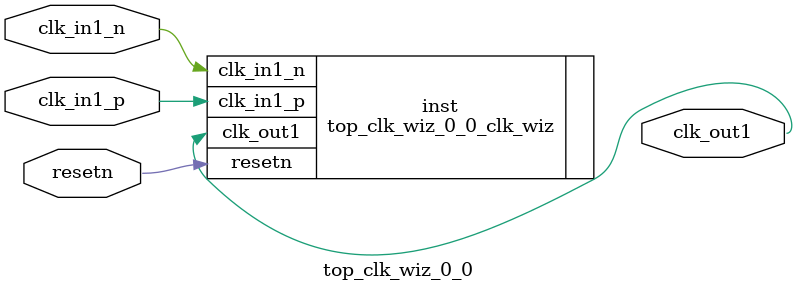
<source format=v>


`timescale 1ps/1ps

(* CORE_GENERATION_INFO = "top_clk_wiz_0_0,clk_wiz_v6_0_4_0_0,{component_name=top_clk_wiz_0_0,use_phase_alignment=false,use_min_o_jitter=false,use_max_i_jitter=false,use_dyn_phase_shift=false,use_inclk_switchover=false,use_dyn_reconfig=false,enable_axi=0,feedback_source=FDBK_AUTO,PRIMITIVE=MMCM,num_out_clk=1,clkin1_period=8.000,clkin2_period=10.000,use_power_down=false,use_reset=true,use_locked=false,use_inclk_stopped=false,feedback_type=SINGLE,CLOCK_MGR_TYPE=NA,manual_override=false}" *)

module top_clk_wiz_0_0 
 (
  // Clock out ports
  output        clk_out1,
  // Status and control signals
  input         resetn,
 // Clock in ports
  input         clk_in1_p,
  input         clk_in1_n
 );

  top_clk_wiz_0_0_clk_wiz inst
  (
  // Clock out ports  
  .clk_out1(clk_out1),
  // Status and control signals               
  .resetn(resetn), 
 // Clock in ports
  .clk_in1_p(clk_in1_p),
  .clk_in1_n(clk_in1_n)
  );

endmodule

</source>
